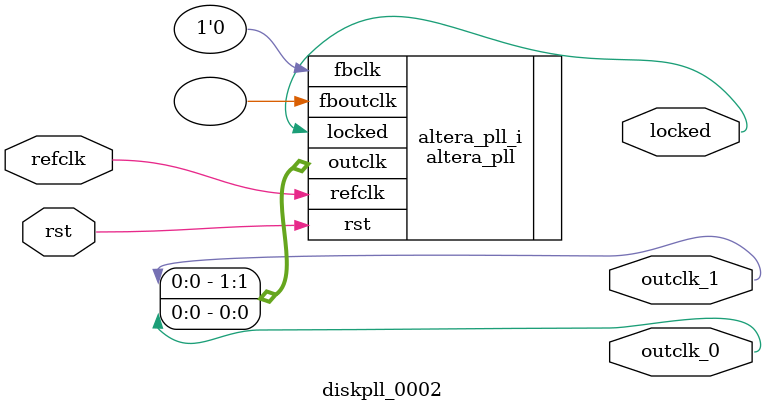
<source format=v>
`timescale 1ns/10ps
module  diskpll_0002(

	// interface 'refclk'
	input wire refclk,

	// interface 'reset'
	input wire rst,

	// interface 'outclk0'
	output wire outclk_0,

	// interface 'outclk1'
	output wire outclk_1,

	// interface 'locked'
	output wire locked
);

	altera_pll #(
		.fractional_vco_multiplier("false"),
		.reference_clock_frequency("50.0 MHz"),
		.operation_mode("direct"),
		.number_of_clocks(2),
		.output_clock_frequency0("50.000000 MHz"),
		.phase_shift0("0 ps"),
		.duty_cycle0(50),
		.output_clock_frequency1("50.000000 MHz"),
		.phase_shift1("5000 ps"),
		.duty_cycle1(50),
		.output_clock_frequency2("0 MHz"),
		.phase_shift2("0 ps"),
		.duty_cycle2(50),
		.output_clock_frequency3("0 MHz"),
		.phase_shift3("0 ps"),
		.duty_cycle3(50),
		.output_clock_frequency4("0 MHz"),
		.phase_shift4("0 ps"),
		.duty_cycle4(50),
		.output_clock_frequency5("0 MHz"),
		.phase_shift5("0 ps"),
		.duty_cycle5(50),
		.output_clock_frequency6("0 MHz"),
		.phase_shift6("0 ps"),
		.duty_cycle6(50),
		.output_clock_frequency7("0 MHz"),
		.phase_shift7("0 ps"),
		.duty_cycle7(50),
		.output_clock_frequency8("0 MHz"),
		.phase_shift8("0 ps"),
		.duty_cycle8(50),
		.output_clock_frequency9("0 MHz"),
		.phase_shift9("0 ps"),
		.duty_cycle9(50),
		.output_clock_frequency10("0 MHz"),
		.phase_shift10("0 ps"),
		.duty_cycle10(50),
		.output_clock_frequency11("0 MHz"),
		.phase_shift11("0 ps"),
		.duty_cycle11(50),
		.output_clock_frequency12("0 MHz"),
		.phase_shift12("0 ps"),
		.duty_cycle12(50),
		.output_clock_frequency13("0 MHz"),
		.phase_shift13("0 ps"),
		.duty_cycle13(50),
		.output_clock_frequency14("0 MHz"),
		.phase_shift14("0 ps"),
		.duty_cycle14(50),
		.output_clock_frequency15("0 MHz"),
		.phase_shift15("0 ps"),
		.duty_cycle15(50),
		.output_clock_frequency16("0 MHz"),
		.phase_shift16("0 ps"),
		.duty_cycle16(50),
		.output_clock_frequency17("0 MHz"),
		.phase_shift17("0 ps"),
		.duty_cycle17(50),
		.pll_type("General"),
		.pll_subtype("General")
	) altera_pll_i (
		.rst	(rst),
		.outclk	({outclk_1, outclk_0}),
		.locked	(locked),
		.fboutclk	( ),
		.fbclk	(1'b0),
		.refclk	(refclk)
	);
endmodule


</source>
